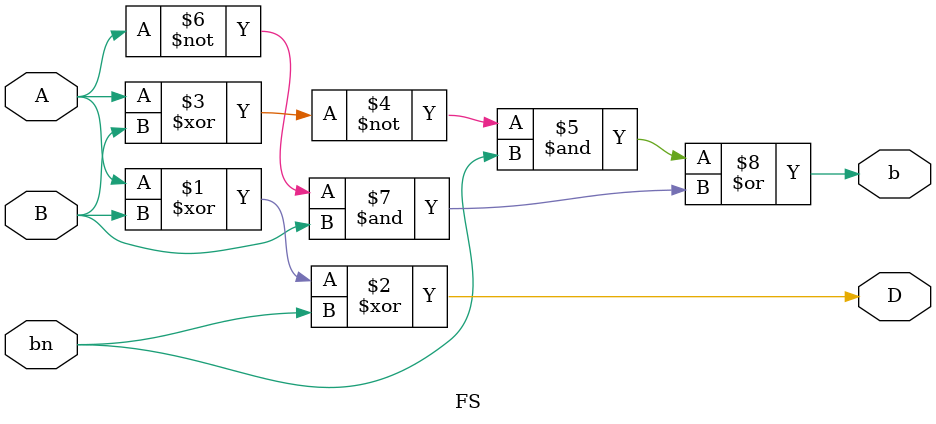
<source format=v>
`timescale 1ns / 1ps

module FS (A, B, bn, D, b);
    input A, B, bn;
    output D, b;

    assign D = A^B^bn;
    assign b = (~(A^B)&bn)|(~A&B);
    
endmodule
</source>
